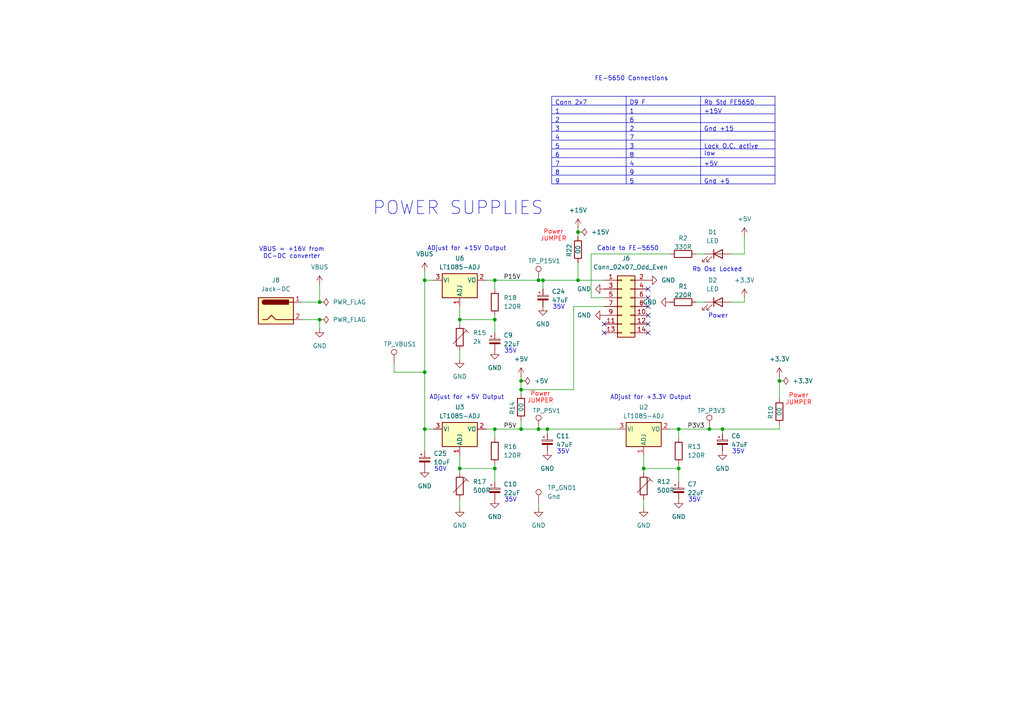
<source format=kicad_sch>
(kicad_sch (version 20250114) (generator "eeschema") (generator_version "9.0")
  (paper "A4")
  (title_block (title "Frequency Reference Distribution") (date "2025-10-31") (rev "1.0.0") (company "F4LHU"))
  (lib_symbols
    (symbol "Connector:Jack-DC" (pin_names (offset 1.016))
      (property "Reference" "J" (at 0 5.334 0))
      (property "Value" "Jack-DC" (at 0 -5.08 0))
      (symbol "Jack-DC_0_1"
        (rectangle (start -5.08 3.81) (end 5.08 -3.81) (stroke (width 0.254)) (fill (type background)))
        (polyline (pts (xy -3.81 -2.54) (xy -2.54 -2.54) (xy -1.27 -1.27) (xy 0 -2.54) (xy 2.54 -2.54) (xy 5.08 -2.54)) (stroke (width 0.254)))
        (arc (start -3.302 1.905) (mid -3.9343 2.54) (end -3.302 3.175) (stroke (width 0.254)))
        (arc (start -3.302 1.905) (mid -3.9343 2.54) (end -3.302 3.175) (stroke (width 0.254)) (fill (type outline)))
        (rectangle (start 3.683 3.175) (end -3.302 1.905) (stroke (width 0.254)) (fill (type outline)))
        (polyline (pts (xy 5.08 2.54) (xy 3.81 2.54)) (stroke (width 0.254)))
      )
      (symbol "Jack-DC_1_1"
        (pin passive line (at 7.62 2.54 180) (length 2.54) (name "~") (number "1"))
        (pin passive line (at 7.62 -2.54 180) (length 2.54) (name "~") (number "2"))
      )
    )
    (symbol "Connector:TestPoint" (pin_numbers (hide yes)) (pin_names (offset 0.762) (hide yes))
      (property "Reference" "TP" (at 0 6.858 0))
      (property "Value" "TestPoint" (at 0 5.08 0))
      (symbol "TestPoint_0_1"
        (circle (center 0 3.302) (radius 0.762))
      )
      (symbol "TestPoint_1_1"
        (pin passive line (at 0 0 90) (length 2.54) (name "1") (number "1"))
      )
    )
    (symbol "Connector_Generic:Conn_02x07_Odd_Even" (pin_names (offset 1.016) (hide yes))
      (property "Reference" "J" (at 1.27 10.16 0))
      (property "Value" "Conn_02x07_Odd_Even" (at 1.27 -10.16 0))
      (symbol "Conn_02x07_Odd_Even_1_1"
        (rectangle (start -1.27 8.89) (end 3.81 -8.89) (stroke (width 0.254)) (fill (type background)))
        (rectangle (start -1.27 7.747) (end 0 7.493) (stroke (width 0.1524)))
        (rectangle (start -1.27 5.207) (end 0 4.953) (stroke (width 0.1524)))
        (rectangle (start -1.27 2.667) (end 0 2.413) (stroke (width 0.1524)))
        (rectangle (start -1.27 0.127) (end 0 -0.127) (stroke (width 0.1524)))
        (rectangle (start -1.27 -2.413) (end 0 -2.667) (stroke (width 0.1524)))
        (rectangle (start -1.27 -4.953) (end 0 -5.207) (stroke (width 0.1524)))
        (rectangle (start -1.27 -7.493) (end 0 -7.747) (stroke (width 0.1524)))
        (rectangle (start 3.81 7.747) (end 2.54 7.493) (stroke (width 0.1524)))
        (rectangle (start 3.81 5.207) (end 2.54 4.953) (stroke (width 0.1524)))
        (rectangle (start 3.81 2.667) (end 2.54 2.413) (stroke (width 0.1524)))
        (rectangle (start 3.81 0.127) (end 2.54 -0.127) (stroke (width 0.1524)))
        (rectangle (start 3.81 -2.413) (end 2.54 -2.667) (stroke (width 0.1524)))
        (rectangle (start 3.81 -4.953) (end 2.54 -5.207) (stroke (width 0.1524)))
        (rectangle (start 3.81 -7.493) (end 2.54 -7.747) (stroke (width 0.1524)))
        (pin passive line (at -5.08 7.62 0) (length 3.81) (name "Pin_1") (number "1"))
        (pin passive line (at -5.08 5.08 0) (length 3.81) (name "Pin_3") (number "3"))
        (pin passive line (at -5.08 2.54 0) (length 3.81) (name "Pin_5") (number "5"))
        (pin passive line (at -5.08 0 0) (length 3.81) (name "Pin_7") (number "7"))
        (pin passive line (at -5.08 -2.54 0) (length 3.81) (name "Pin_9") (number "9"))
        (pin passive line (at -5.08 -5.08 0) (length 3.81) (name "Pin_11") (number "11"))
        (pin passive line (at -5.08 -7.62 0) (length 3.81) (name "Pin_13") (number "13"))
        (pin passive line (at 7.62 7.62 180) (length 3.81) (name "Pin_2") (number "2"))
        (pin passive line (at 7.62 5.08 180) (length 3.81) (name "Pin_4") (number "4"))
        (pin passive line (at 7.62 2.54 180) (length 3.81) (name "Pin_6") (number "6"))
        (pin passive line (at 7.62 0 180) (length 3.81) (name "Pin_8") (number "8"))
        (pin passive line (at 7.62 -2.54 180) (length 3.81) (name "Pin_10") (number "10"))
        (pin passive line (at 7.62 -5.08 180) (length 3.81) (name "Pin_12") (number "12"))
        (pin passive line (at 7.62 -7.62 180) (length 3.81) (name "Pin_14") (number "14"))
      )
    )
    (symbol "Device:C_Polarized_Small" (pin_numbers (hide yes)) (pin_names (offset 0.254) (hide yes))
      (property "Reference" "C" (at 0.254 1.778 0))
      (property "Value" "C_Polarized_Small" (at 0.254 -2.032 0))
      (symbol "C_Polarized_Small_0_1"
        (rectangle (start -1.524 0.6858) (end 1.524 0.3048))
        (rectangle (start -1.524 -0.3048) (end 1.524 -0.6858) (fill (type outline)))
        (polyline (pts (xy -1.27 1.524) (xy -0.762 1.524)))
        (polyline (pts (xy -1.016 1.27) (xy -1.016 1.778)))
      )
      (symbol "C_Polarized_Small_1_1"
        (pin passive line (at 0 2.54 270) (length 1.8542) (name "~") (number "1"))
        (pin passive line (at 0 -2.54 90) (length 1.8542) (name "~") (number "2"))
      )
    )
    (symbol "Device:LED" (pin_numbers (hide yes)) (pin_names (offset 1.016) (hide yes))
      (property "Reference" "D" (at 0 2.54 0))
      (property "Value" "LED" (at 0 -2.54 0))
      (symbol "LED_0_1"
        (polyline (pts (xy -3.048 -0.762) (xy -4.572 -2.286) (xy -3.81 -2.286) (xy -4.572 -2.286) (xy -4.572 -1.524)))
        (polyline (pts (xy -1.778 -0.762) (xy -3.302 -2.286) (xy -2.54 -2.286) (xy -3.302 -2.286) (xy -3.302 -1.524)))
        (polyline (pts (xy -1.27 0) (xy 1.27 0)))
        (polyline (pts (xy -1.27 -1.27) (xy -1.27 1.27)) (stroke (width 0.254)))
        (polyline (pts (xy 1.27 -1.27) (xy 1.27 1.27) (xy -1.27 0) (xy 1.27 -1.27)) (stroke (width 0.254)))
      )
      (symbol "LED_1_1"
        (pin passive line (at -3.81 0 0) (length 2.54) (name "K") (number "1"))
        (pin passive line (at 3.81 0 180) (length 2.54) (name "A") (number "2"))
      )
    )
    (symbol "Device:R" (pin_numbers (hide yes)) (pin_names (offset 0))
      (property "Reference" "R" (at 2.032 0 90))
      (property "Value" "R" (at 0 0 90))
      (symbol "R_0_1"
        (rectangle (start -1.016 -2.54) (end 1.016 2.54) (stroke (width 0.254)))
      )
      (symbol "R_1_1"
        (pin passive line (at 0 3.81 270) (length 1.27) (name "~") (number "1"))
        (pin passive line (at 0 -3.81 90) (length 1.27) (name "~") (number "2"))
      )
    )
    (symbol "Device:R_Trim" (pin_numbers (hide yes)) (pin_names (offset 0))
      (property "Reference" "R" (at 2.54 -2.54 90))
      (property "Value" "R_Trim" (at -2.54 -0.635 90))
      (symbol "R_Trim_0_1"
        (polyline (pts (xy -1.905 -1.905) (xy 1.905 1.905) (xy 2.54 1.27) (xy 1.27 2.54)))
        (rectangle (start -1.016 -2.54) (end 1.016 2.54) (stroke (width 0.254)))
      )
      (symbol "R_Trim_1_1"
        (pin passive line (at 0 3.81 270) (length 1.27) (name "~") (number "1"))
        (pin passive line (at 0 -3.81 90) (length 1.27) (name "~") (number "2"))
      )
    )
    (symbol "Regulator_Linear:LT1085-ADJ" (pin_names (offset 0.254))
      (property "Reference" "U" (at -3.81 3.175 0))
      (property "Value" "LT1085-ADJ" (at 0 3.175 0))
      (symbol "LT1085-ADJ_0_1"
        (rectangle (start -5.08 1.905) (end 5.08 -5.08) (stroke (width 0.254)) (fill (type background)))
      )
      (symbol "LT1085-ADJ_1_1"
        (pin power_in line (at -7.62 0 0) (length 2.54) (name "VI") (number "3"))
        (pin input line (at 0 -7.62 90) (length 2.54) (name "ADJ") (number "1"))
        (pin power_out line (at 7.62 0 180) (length 2.54) (name "VO") (number "2"))
      )
    )
    (symbol "power:+15V" (power) (pin_numbers (hide yes)) (pin_names (offset 0) (hide yes))
      (property "Value" "+15V" (at 0 3.556 0))
      (symbol "+15V_0_1"
        (polyline (pts (xy -0.762 1.27) (xy 0 2.54)))
        (polyline (pts (xy 0 2.54) (xy 0.762 1.27)))
        (polyline (pts (xy 0 0) (xy 0 2.54)))
      )
      (symbol "+15V_1_1"
        (pin power_in line (at 0 0 90) (length 0) (name "~") (number "1"))
      )
    )
    (symbol "power:+3.3V" (power) (pin_numbers (hide yes)) (pin_names (offset 0) (hide yes))
      (property "Value" "+3.3V" (at 0 3.556 0))
      (symbol "+3.3V_0_1"
        (polyline (pts (xy -0.762 1.27) (xy 0 2.54)))
        (polyline (pts (xy 0 2.54) (xy 0.762 1.27)))
        (polyline (pts (xy 0 0) (xy 0 2.54)))
      )
      (symbol "+3.3V_1_1"
        (pin power_in line (at 0 0 90) (length 0) (name "~") (number "1"))
      )
    )
    (symbol "power:+5V" (power) (pin_numbers (hide yes)) (pin_names (offset 0) (hide yes))
      (property "Value" "+5V" (at 0 3.556 0))
      (symbol "+5V_0_1"
        (polyline (pts (xy -0.762 1.27) (xy 0 2.54)))
        (polyline (pts (xy 0 2.54) (xy 0.762 1.27)))
        (polyline (pts (xy 0 0) (xy 0 2.54)))
      )
      (symbol "+5V_1_1"
        (pin power_in line (at 0 0 90) (length 0) (name "~") (number "1"))
      )
    )
    (symbol "power:GND" (power) (pin_numbers (hide yes)) (pin_names (offset 0) (hide yes))
      (property "Value" "GND" (at 0 -3.81 0))
      (symbol "GND_0_1"
        (polyline (pts (xy 0 0) (xy 0 -1.27) (xy 1.27 -1.27) (xy 0 -2.54) (xy -1.27 -1.27) (xy 0 -1.27)))
      )
      (symbol "GND_1_1"
        (pin power_in line (at 0 0 270) (length 0) (name "~") (number "1"))
      )
    )
    (symbol "power:PWR_FLAG" (power) (pin_numbers (hide yes)) (pin_names (offset 0) (hide yes))
      (property "Value" "PWR_FLAG" (at 0 3.81 0))
      (symbol "PWR_FLAG_0_0"
        (pin power_out line (at 0 0 90) (length 0) (name "~") (number "1"))
      )
      (symbol "PWR_FLAG_0_1"
        (polyline (pts (xy 0 0) (xy 0 1.27) (xy -1.016 1.905) (xy 0 2.54) (xy 1.016 1.905) (xy 0 1.27)))
      )
    )
    (symbol "power:VBUS" (power) (pin_numbers (hide yes)) (pin_names (offset 0) (hide yes))
      (property "Value" "VBUS" (at 0 3.556 0))
      (symbol "VBUS_0_1"
        (polyline (pts (xy -0.762 1.27) (xy 0 2.54)))
        (polyline (pts (xy 0 2.54) (xy 0.762 1.27)))
        (polyline (pts (xy 0 0) (xy 0 2.54)))
      )
      (symbol "VBUS_1_1"
        (pin power_in line (at 0 0 90) (length 0) (name "~") (number "1"))
      )
    )
  )
  (text "35V" (at 214.122 131.064 0) (effects (font (size 1.27 1.27))))
  (text "35V" (at 148.082 145.034 0) (effects (font (size 1.27 1.27))))
  (text "50V" (at 127.762 136.144 0) (effects (font (size 1.27 1.27))))
  (text "Power\nJUMPER" (at 231.648 115.824 0) (effects (font (size 1.27 1.27))))
  (text "Power" (at 208.28 91.694 0) (effects (font (size 1.27 1.27))))
  (text "ADjust for +3.3V Output" (at 188.722 115.316 0) (effects (font (size 1.27 1.27))))
  (text "POWER SUPPLIES" (at 132.842 60.452 0) (effects (font (size 3.81 3.81))))
  (text "Cable to FE-5650" (at 182.118 72.136 0) (effects (font (size 1.27 1.27))))
  (text "ADjust for +5V Output" (at 135.382 115.316 0) (effects (font (size 1.27 1.27))))
  (text "Power\nJUMPER" (at 160.528 68.326 0) (effects (font (size 1.27 1.27))))
  (text "35V" (at 162.052 89.154 0) (effects (font (size 1.27 1.27))))
  (text "35V" (at 163.322 131.064 0) (effects (font (size 1.27 1.27))))
  (text "Power\nJUMPER" (at 156.718 115.316 0) (effects (font (size 1.27 1.27))))
  (text "VBUS = +16V from\nDC-DC converter" (at 84.582 73.406 0) (effects (font (size 1.27 1.27))))
  (text "Rb Osc Locked" (at 208.026 78.232 0) (effects (font (size 1.27 1.27))))
  (text "35V" (at 148.082 101.854 0) (effects (font (size 1.27 1.27))))
  (text "ADjust for +15V Output" (at 135.382 72.136 0) (effects (font (size 1.27 1.27))))
  (text "35V" (at 201.422 145.034 0) (effects (font (size 1.27 1.27))))
  (text "FE-5650 Connections" (at 183.134 22.86 0) (effects (font (size 1.27 1.27))))
  (junction (at 92.71 87.63))
  (junction (at 133.35 92.71))
  (junction (at 167.64 67.31))
  (junction (at 143.51 135.89))
  (junction (at 151.13 113.03))
  (junction (at 92.71 92.71))
  (junction (at 226.06 110.49))
  (junction (at 156.21 81.28))
  (junction (at 158.75 124.46))
  (junction (at 123.19 107.95))
  (junction (at 143.51 124.46))
  (junction (at 123.19 124.46))
  (junction (at 133.35 135.89))
  (junction (at 143.51 92.71))
  (junction (at 196.85 135.89))
  (junction (at 123.19 81.28))
  (junction (at 143.51 81.28))
  (junction (at 151.13 124.46))
  (junction (at 205.74 124.46))
  (junction (at 167.64 81.28))
  (junction (at 196.85 124.46))
  (junction (at 151.13 110.49))
  (junction (at 186.69 135.89))
  (junction (at 156.21 124.46))
  (junction (at 209.55 124.46))
  (junction (at 157.48 81.28))
  (no_connect (at 187.96 88.9))
  (no_connect (at 187.96 83.82))
  (no_connect (at 187.96 91.44))
  (no_connect (at 175.26 96.52))
  (no_connect (at 187.96 96.52))
  (no_connect (at 187.96 93.98))
  (no_connect (at 175.26 93.98))
  (no_connect (at 187.96 86.36))
  (wire (pts (xy 171.45 73.66) (xy 194.31 73.66)))
  (wire (pts (xy 226.06 110.49) (xy 226.06 115.57)))
  (wire (pts (xy 151.13 124.46) (xy 156.21 124.46)))
  (wire (pts (xy 205.74 124.46) (xy 209.55 124.46)))
  (wire (pts (xy 158.75 124.46) (xy 179.07 124.46)))
  (wire (pts (xy 133.35 132.08) (xy 133.35 135.89)))
  (wire (pts (xy 196.85 134.62) (xy 196.85 135.89)))
  (wire (pts (xy 151.13 109.22) (xy 151.13 110.49)))
  (wire (pts (xy 166.37 88.9) (xy 175.26 88.9)))
  (wire (pts (xy 151.13 110.49) (xy 151.13 113.03)))
  (wire (pts (xy 133.35 92.71) (xy 143.51 92.71)))
  (wire (pts (xy 123.19 81.28) (xy 125.73 81.28)))
  (wire (pts (xy 209.55 124.46) (xy 209.55 125.73)))
  (wire (pts (xy 114.3 105.41) (xy 114.3 107.95)))
  (wire (pts (xy 123.19 81.28) (xy 123.19 107.95)))
  (wire (pts (xy 196.85 124.46) (xy 205.74 124.46)))
  (wire (pts (xy 171.45 86.36) (xy 175.26 86.36)))
  (wire (pts (xy 151.13 113.03) (xy 151.13 114.3)))
  (wire (pts (xy 133.35 135.89) (xy 133.35 137.16)))
  (wire (pts (xy 143.51 81.28) (xy 156.21 81.28)))
  (wire (pts (xy 140.97 81.28) (xy 143.51 81.28)))
  (wire (pts (xy 196.85 135.89) (xy 196.85 139.7)))
  (wire (pts (xy 167.64 76.2) (xy 167.64 81.28)))
  (wire (pts (xy 133.35 135.89) (xy 143.51 135.89)))
  (wire (pts (xy 157.48 83.82) (xy 157.48 81.28)))
  (wire (pts (xy 166.37 113.03) (xy 151.13 113.03)))
  (wire (pts (xy 92.71 92.71) (xy 87.63 92.71)))
  (wire (pts (xy 167.64 81.28) (xy 175.26 81.28)))
  (wire (pts (xy 140.97 124.46) (xy 143.51 124.46)))
  (wire (pts (xy 194.31 124.46) (xy 196.85 124.46)))
  (wire (pts (xy 92.71 95.25) (xy 92.71 92.71)))
  (wire (pts (xy 226.06 123.19) (xy 226.06 124.46)))
  (wire (pts (xy 143.51 92.71) (xy 143.51 96.52)))
  (wire (pts (xy 114.3 107.95) (xy 123.19 107.95)))
  (wire (pts (xy 186.69 135.89) (xy 186.69 137.16)))
  (wire (pts (xy 212.09 73.66) (xy 215.9 73.66)))
  (wire (pts (xy 171.45 73.66) (xy 171.45 86.36)))
  (wire (pts (xy 201.93 73.66) (xy 204.47 73.66)))
  (wire (pts (xy 143.51 135.89) (xy 143.51 139.7)))
  (wire (pts (xy 92.71 87.63) (xy 92.71 82.55)))
  (wire (pts (xy 215.9 86.36) (xy 215.9 87.63)))
  (wire (pts (xy 156.21 147.32) (xy 156.21 146.05)))
  (wire (pts (xy 215.9 87.63) (xy 212.09 87.63)))
  (wire (pts (xy 158.75 124.46) (xy 158.75 125.73)))
  (wire (pts (xy 123.19 107.95) (xy 123.19 124.46)))
  (wire (pts (xy 215.9 68.58) (xy 215.9 73.66)))
  (wire (pts (xy 196.85 124.46) (xy 196.85 127)))
  (wire (pts (xy 123.19 124.46) (xy 125.73 124.46)))
  (wire (pts (xy 166.37 88.9) (xy 166.37 113.03)))
  (wire (pts (xy 143.51 81.28) (xy 143.51 83.82)))
  (wire (pts (xy 123.19 124.46) (xy 123.19 130.81)))
  (wire (pts (xy 209.55 124.46) (xy 226.06 124.46)))
  (wire (pts (xy 133.35 88.9) (xy 133.35 92.71)))
  (wire (pts (xy 87.63 87.63) (xy 92.71 87.63)))
  (wire (pts (xy 156.21 124.46) (xy 158.75 124.46)))
  (wire (pts (xy 167.64 66.04) (xy 167.64 67.31)))
  (wire (pts (xy 151.13 121.92) (xy 151.13 124.46)))
  (wire (pts (xy 226.06 109.22) (xy 226.06 110.49)))
  (wire (pts (xy 133.35 104.14) (xy 133.35 101.6)))
  (wire (pts (xy 143.51 91.44) (xy 143.51 92.71)))
  (wire (pts (xy 186.69 147.32) (xy 186.69 144.78)))
  (wire (pts (xy 186.69 135.89) (xy 196.85 135.89)))
  (wire (pts (xy 186.69 132.08) (xy 186.69 135.89)))
  (wire (pts (xy 143.51 124.46) (xy 151.13 124.46)))
  (wire (pts (xy 123.19 78.74) (xy 123.19 81.28)))
  (wire (pts (xy 143.51 134.62) (xy 143.51 135.89)))
  (wire (pts (xy 157.48 81.28) (xy 167.64 81.28)))
  (wire (pts (xy 201.93 87.63) (xy 204.47 87.63)))
  (wire (pts (xy 167.64 67.31) (xy 167.64 68.58)))
  (wire (pts (xy 156.21 81.28) (xy 157.48 81.28)))
  (wire (pts (xy 143.51 124.46) (xy 143.51 127)))
  (wire (pts (xy 133.35 92.71) (xy 133.35 93.98)))
  (wire (pts (xy 133.35 147.32) (xy 133.35 144.78)))
  (table (column_count 3) (border (external yes) (header yes)) (separators (rows yes) (cols yes)) (column_widths 21.59 21.59 21.59) (row_heights 2.54 2.54 2.54 2.54 2.54 2.54 2.54 2.54 2.54 2.54) (cells (table_cell "Conn 2x7" (at 160.02 27.94 0) (size 21.59 2.54) (margins 0.9525 0.9525 0.9525 0.9525) (span 1 1)) (table_cell "D9 F" (at 181.61 27.94 0) (size 21.59 2.54) (margins 0.9525 0.9525 0.9525 0.9525) (span 1 1)) (table_cell "Rb Std FE5650" (at 203.2 27.94 0) (size 21.59 2.54) (margins 0.9525 0.9525 0.9525 0.9525) (span 1 1)) (table_cell "1" (at 160.02 30.48 0) (size 21.59 2.54) (margins 0.9525 0.9525 0.9525 0.9525) (span 1 1)) (table_cell "1" (at 181.61 30.48 0) (size 21.59 2.54) (margins 0.9525 0.9525 0.9525 0.9525) (span 1 1)) (table_cell "+15V" (at 203.2 30.48 0) (size 21.59 2.54) (margins 0.9525 0.9525 0.9525 0.9525) (span 1 1)) (table_cell "2" (at 160.02 33.02 0) (size 21.59 2.54) (margins 0.9525 0.9525 0.9525 0.9525) (span 1 1)) (table_cell "6" (at 181.61 33.02 0) (size 21.59 2.54) (margins 0.9525 0.9525 0.9525 0.9525) (span 1 1)) (table_cell "" (at 203.2 33.02 0) (size 21.59 2.54) (margins 0.9525 0.9525 0.9525 0.9525) (span 1 1)) (table_cell "3" (at 160.02 35.56 0) (size 21.59 2.54) (margins 0.9525 0.9525 0.9525 0.9525) (span 1 1)) (table_cell "2" (at 181.61 35.56 0) (size 21.59 2.54) (margins 0.9525 0.9525 0.9525 0.9525) (span 1 1)) (table_cell "Gnd +15" (at 203.2 35.56 0) (size 21.59 2.54) (margins 0.9525 0.9525 0.9525 0.9525) (span 1 1)) (table_cell "4" (at 160.02 38.1 0) (size 21.59 2.54) (margins 0.9525 0.9525 0.9525 0.9525) (span 1 1)) (table_cell "7" (at 181.61 38.1 0) (size 21.59 2.54) (margins 0.9525 0.9525 0.9525 0.9525) (span 1 1)) (table_cell "" (at 203.2 38.1 0) (size 21.59 2.54) (margins 0.9525 0.9525 0.9525 0.9525) (span 1 1)) (table_cell "5" (at 160.02 40.64 0) (size 21.59 2.54) (margins 0.9525 0.9525 0.9525 0.9525) (span 1 1)) (table_cell "3" (at 181.61 40.64 0) (size 21.59 2.54) (margins 0.9525 0.9525 0.9525 0.9525) (span 1 1)) (table_cell "Lock O.C. active low" (at 203.2 40.64 0) (size 21.59 2.54) (margins 0.9525 0.9525 0.9525 0.9525) (span 1 1)) (table_cell "6" (at 160.02 43.18 0) (size 21.59 2.54) (margins 0.9525 0.9525 0.9525 0.9525) (span 1 1)) (table_cell "8" (at 181.61 43.18 0) (size 21.59 2.54) (margins 0.9525 0.9525 0.9525 0.9525) (span 1 1)) (table_cell "" (at 203.2 43.18 0) (size 21.59 2.54) (margins 0.9525 0.9525 0.9525 0.9525) (span 1 1)) (table_cell "7" (at 160.02 45.72 0) (size 21.59 2.54) (margins 0.9525 0.9525 0.9525 0.9525) (span 1 1)) (table_cell "4" (at 181.61 45.72 0) (size 21.59 2.54) (margins 0.9525 0.9525 0.9525 0.9525) (span 1 1)) (table_cell "+5V" (at 203.2 45.72 0) (size 21.59 2.54) (margins 0.9525 0.9525 0.9525 0.9525) (span 1 1)) (table_cell "8" (at 160.02 48.26 0) (size 21.59 2.54) (margins 0.9525 0.9525 0.9525 0.9525) (span 1 1)) (table_cell "9" (at 181.61 48.26 0) (size 21.59 2.54) (margins 0.9525 0.9525 0.9525 0.9525) (span 1 1)) (table_cell "" (at 203.2 48.26 0) (size 21.59 2.54) (margins 0.9525 0.9525 0.9525 0.9525) (span 1 1)) (table_cell "9" (at 160.02 50.8 0) (size 21.59 2.54) (margins 0.9525 0.9525 0.9525 0.9525) (span 1 1)) (table_cell "5" (at 181.61 50.8 0) (size 21.59 2.54) (margins 0.9525 0.9525 0.9525 0.9525) (span 1 1)) (table_cell "Gnd +5" (at 203.2 50.8 0) (size 21.59 2.54) (margins 0.9525 0.9525 0.9525 0.9525) (span 1 1))))
  (label "P5V" (at 146.05 124.46 0))
  (label "P3V3" (at 199.39 124.46 0))
  (label "P15V" (at 146.05 81.28 0))
  (symbol (lib_id "power:GND") (at 143.51 101.6 0) (unit 1)
    (property "Reference" "#PWR049" (effects (hide yes)))
    (property "Value" "GND" (at 143.51 106.68 0))
    (property "Description" "Power symbol creates a global label with name \"GND\" , ground" (effects (hide yes)))
  )
  (symbol (lib_id "Regulator_Linear:LT1085-ADJ") (at 133.35 124.46 0) (unit 1)
    (property "Reference" "U3" (at 133.35 118.11 0))
    (property "Value" "LT1085-ADJ" (at 133.35 120.65 0))
    (property "Footprint" "Package_TO_SOT_THT:TO-220-3_Vertical" (effects (hide yes)))
    (property "Datasheet" "https://www.analog.com/media/en/technical-documentation/data-sheets/108345fh.pdf" (effects (hide yes)))
    (property "Description" "3.0A 25V LDO Linear Regulator, Adjustable Output, TO-220/TO-263" (effects (hide yes)))
  )
  (symbol (lib_id "Device:R") (at 143.51 130.81 0) (unit 1)
    (property "Reference" "R16" (at 146.05 129.5399 0) (effects (justify left)))
    (property "Value" "120R" (at 146.05 132.0799 0) (effects (justify left)))
    (property "Footprint" "Resistor_SMD:R_1206_3216Metric_Pad1.30x1.75mm_HandSolder" (effects (hide yes)))
    (property "Description" "Resistor" (effects (hide yes)))
  )
  (symbol (lib_id "Device:C_Polarized_Small") (at 157.48 86.36 0) (unit 1)
    (property "Reference" "C24" (at 160.02 84.5438 0) (effects (justify left)))
    (property "Value" "47uF" (at 160.02 87.0838 0) (effects (justify left)))
    (property "Footprint" "Capacitor_Tantalum_SMD:CP_EIA-7343-31_Kemet-D_HandSolder" (effects (hide yes)))
    (property "Description" "Polarized capacitor, small symbol" (effects (hide yes)))
  )
  (symbol (lib_id "Connector_Generic:Conn_02x07_Odd_Even") (at 180.34 88.9 0) (unit 1)
    (property "Reference" "J6" (at 181.61 74.93 0))
    (property "Value" "Conn_02x07_Odd_Even" (at 182.88 77.47 0))
    (property "Footprint" "Connector_PinHeader_2.54mm:PinHeader_2x07_P2.54mm_Vertical" (effects (hide yes)))
    (property "Description" "Generic connector, double row, 02x07, odd/even pin numbering scheme (row 1 odd numbers, row 2 even numbers), script generated (kicad-library-utils/schlib/autogen/connector/)" (effects (hide yes)))
  )
  (symbol (lib_id "Device:LED") (at 208.28 87.63 0) (unit 1)
    (property "Reference" "D2" (at 206.6925 81.28 0))
    (property "Value" "LED" (at 206.6925 83.82 0))
    (property "Footprint" "Library:LED_D3.0mm" (effects (hide yes)))
    (property "Description" "Light emitting diode" (effects (hide yes)))
    (property "Sim.Pins" "1=K 2=A" (effects (hide yes)))
  )
  (symbol (lib_id "Device:R") (at 143.51 87.63 0) (unit 1)
    (property "Reference" "R18" (at 146.05 86.3599 0) (effects (justify left)))
    (property "Value" "120R" (at 146.05 88.8999 0) (effects (justify left)))
    (property "Footprint" "Resistor_SMD:R_1206_3216Metric_Pad1.30x1.75mm_HandSolder" (effects (hide yes)))
    (property "Description" "Resistor" (effects (hide yes)))
  )
  (symbol (lib_id "power:VBUS") (at 123.19 78.74 0) (unit 1)
    (property "Reference" "#PWR042" (effects (hide yes)))
    (property "Value" "VBUS" (at 123.19 73.66 0))
    (property "Description" "Power symbol creates a global label with name \"VBUS\"" (effects (hide yes)))
  )
  (symbol (lib_id "power:+15V") (at 167.64 66.04 0) (unit 1)
    (property "Reference" "#PWR063" (effects (hide yes)))
    (property "Value" "+15V" (at 167.64 60.96 0))
    (property "Description" "Power symbol creates a global label with name \"+15V\"" (effects (hide yes)))
  )
  (symbol (lib_id "power:GND") (at 143.51 144.78 0) (unit 1)
    (property "Reference" "#PWR047" (effects (hide yes)))
    (property "Value" "GND" (at 143.51 149.86 0))
    (property "Description" "Power symbol creates a global label with name \"GND\" , ground" (effects (hide yes)))
  )
  (symbol (lib_id "power:+3.3V") (at 226.06 109.22 0) (unit 1)
    (property "Reference" "#PWR050" (effects (hide yes)))
    (property "Value" "+3.3V" (at 226.06 104.14 0))
    (property "Description" "Power symbol creates a global label with name \"+3.3V\"" (effects (hide yes)))
  )
  (symbol (lib_id "power:PWR_FLAG") (at 226.06 110.49 270) (unit 1)
    (property "Reference" "#FLG05" (effects (hide yes)))
    (property "Value" "+3.3V" (at 229.87 110.4899 90) (effects (justify left)))
    (property "Description" "Special symbol for telling ERC where power comes from" (effects (hide yes)))
  )
  (symbol (lib_id "power:GND") (at 194.31 87.63 270) (unit 1)
    (property "Reference" "#PWR073" (effects (hide yes)))
    (property "Value" "GND" (at 190.5 87.6299 90) (effects (justify right)))
    (property "Description" "Power symbol creates a global label with name \"GND\" , ground" (effects (hide yes)))
  )
  (symbol (lib_id "Device:R") (at 196.85 130.81 0) (unit 1)
    (property "Reference" "R13" (at 199.39 129.5399 0) (effects (justify left)))
    (property "Value" "120R" (at 199.39 132.0799 0) (effects (justify left)))
    (property "Footprint" "Resistor_SMD:R_1206_3216Metric_Pad1.30x1.75mm_HandSolder" (effects (hide yes)))
    (property "Description" "Resistor" (effects (hide yes)))
  )
  (symbol (lib_id "power:+3.3V") (at 215.9 86.36 0) (unit 1)
    (property "Reference" "#PWR074" (effects (hide yes)))
    (property "Value" "+3.3V" (at 215.9 81.28 0))
    (property "Description" "Power symbol creates a global label with name \"+3.3V\"" (effects (hide yes)))
  )
  (symbol (lib_id "power:GND") (at 196.85 144.78 0) (unit 1)
    (property "Reference" "#PWR048" (effects (hide yes)))
    (property "Value" "GND" (at 196.85 149.86 0))
    (property "Description" "Power symbol creates a global label with name \"GND\" , ground" (effects (hide yes)))
  )
  (symbol (lib_id "Device:C_Polarized_Small") (at 196.85 142.24 0) (unit 1)
    (property "Reference" "C7" (at 199.39 140.4238 0) (effects (justify left)))
    (property "Value" "22uF" (at 199.39 142.9638 0) (effects (justify left)))
    (property "Footprint" "Capacitor_Tantalum_SMD:CP_EIA-7343-31_Kemet-D_HandSolder" (effects (hide yes)))
    (property "Description" "Polarized capacitor, small symbol" (effects (hide yes)))
  )
  (symbol (lib_id "Device:LED") (at 208.28 73.66 0) (unit 1)
    (property "Reference" "D1" (at 206.6925 67.31 0))
    (property "Value" "LED" (at 206.6925 69.85 0))
    (property "Footprint" "Library:LED_D3.0mm" (effects (hide yes)))
    (property "Description" "Light emitting diode" (effects (hide yes)))
    (property "Sim.Pins" "1=K 2=A" (effects (hide yes)))
  )
  (symbol (lib_id "power:GND") (at 92.71 95.25 0) (unit 1)
    (property "Reference" "#PWR041" (effects (hide yes)))
    (property "Value" "GND" (at 92.71 100.33 0))
    (property "Description" "Power symbol creates a global label with name \"GND\" , ground" (effects (hide yes)))
  )
  (symbol (lib_id "power:GND") (at 133.35 104.14 0) (unit 1)
    (property "Reference" "#PWR022" (effects (hide yes)))
    (property "Value" "GND" (at 133.35 109.22 0))
    (property "Description" "Power symbol creates a global label with name \"GND\" , ground" (effects (hide yes)))
  )
  (symbol (lib_id "Device:C_Polarized_Small") (at 123.19 133.35 0) (unit 1)
    (property "Reference" "C25" (at 125.73 131.5338 0) (effects (justify left)))
    (property "Value" "10uF" (at 125.73 134.0738 0) (effects (justify left)))
    (property "Footprint" "Capacitor_Tantalum_SMD:CP_EIA-7343-31_Kemet-D_HandSolder" (effects (hide yes)))
    (property "Description" "Polarized capacitor, small symbol" (effects (hide yes)))
  )
  (symbol (lib_id "Regulator_Linear:LT1085-ADJ") (at 133.35 81.28 0) (unit 1)
    (property "Reference" "U6" (at 133.35 74.93 0))
    (property "Value" "LT1085-ADJ" (at 133.35 77.47 0))
    (property "Footprint" "Package_TO_SOT_THT:TO-220-3_Vertical" (effects (hide yes)))
    (property "Datasheet" "https://www.analog.com/media/en/technical-documentation/data-sheets/108345fh.pdf" (effects (hide yes)))
    (property "Description" "3.0A 25V LDO Linear Regulator, Adjustable Output, TO-220/TO-263" (effects (hide yes)))
  )
  (symbol (lib_id "power:GND") (at 156.21 147.32 0) (unit 1)
    (property "Reference" "#PWR032" (effects (hide yes)))
    (property "Value" "GND" (at 156.21 152.4 0))
    (property "Description" "Power symbol creates a global label with name \"GND\" , ground" (effects (hide yes)))
  )
  (symbol (lib_id "power:GND") (at 187.96 81.28 90) (unit 1)
    (property "Reference" "#PWR028" (effects (hide yes)))
    (property "Value" "GND" (at 191.77 81.2799 90) (effects (justify right)))
    (property "Description" "Power symbol creates a global label with name \"GND\" , ground" (effects (hide yes)))
  )
  (symbol (lib_id "Device:C_Polarized_Small") (at 143.51 99.06 0) (unit 1)
    (property "Reference" "C9" (at 146.05 97.2438 0) (effects (justify left)))
    (property "Value" "22uF" (at 146.05 99.7838 0) (effects (justify left)))
    (property "Footprint" "Capacitor_Tantalum_SMD:CP_EIA-7343-31_Kemet-D_HandSolder" (effects (hide yes)))
    (property "Description" "Polarized capacitor, small symbol" (effects (hide yes)))
  )
  (symbol (lib_id "Device:R_Trim") (at 186.69 140.97 0) (unit 1)
    (property "Reference" "R12" (at 190.5 139.6999 0) (effects (justify left)))
    (property "Value" "500R" (at 190.5 142.2399 0) (effects (justify left)))
    (property "Footprint" "Potentiometer_THT:Potentiometer_Bourns_3299W_Vertical" (effects (hide yes)))
    (property "Description" "Trimmable resistor (preset resistor)" (effects (hide yes)))
  )
  (symbol (lib_id "Connector:TestPoint") (at 156.21 146.05 0) (unit 1)
    (property "Reference" "TP_GND1" (at 158.75 141.4779 0) (effects (justify left)))
    (property "Value" "Gnd" (at 158.75 144.0179 0) (effects (justify left)))
    (property "Footprint" "Library:TestPoint_THTPad_1.5x1.5mm_Drill0.7mm" (effects (hide yes)))
    (property "Description" "test point" (effects (hide yes)))
  )
  (symbol (lib_id "Regulator_Linear:LT1085-ADJ") (at 186.69 124.46 0) (unit 1)
    (property "Reference" "U2" (at 186.69 118.11 0))
    (property "Value" "LT1085-ADJ" (at 186.69 120.65 0))
    (property "Footprint" "Package_TO_SOT_THT:TO-220-3_Vertical" (effects (hide yes)))
    (property "Datasheet" "https://www.analog.com/media/en/technical-documentation/data-sheets/108345fh.pdf" (effects (hide yes)))
    (property "Description" "3.0A 25V LDO Linear Regulator, Adjustable Output, TO-220/TO-263" (effects (hide yes)))
  )
  (symbol (lib_id "power:PWR_FLAG") (at 92.71 92.71 270) (unit 1)
    (property "Reference" "#FLG04" (effects (hide yes)))
    (property "Value" "PWR_FLAG" (at 96.52 92.7099 90) (effects (justify left)))
    (property "Description" "Special symbol for telling ERC where power comes from" (effects (hide yes)))
  )
  (symbol (lib_id "power:PWR_FLAG") (at 151.13 110.49 270) (unit 1)
    (property "Reference" "#FLG02" (effects (hide yes)))
    (property "Value" "+5V" (at 154.94 110.4899 90) (effects (justify left)))
    (property "Description" "Special symbol for telling ERC where power comes from" (effects (hide yes)))
  )
  (symbol (lib_id "power:GND") (at 175.26 91.44 270) (unit 1)
    (property "Reference" "#PWR030" (effects (hide yes)))
    (property "Value" "GND" (at 171.45 91.4399 90) (effects (justify right)))
    (property "Description" "Power symbol creates a global label with name \"GND\" , ground" (effects (hide yes)))
  )
  (symbol (lib_id "power:GND") (at 209.55 130.81 0) (unit 1)
    (property "Reference" "#PWR046" (effects (hide yes)))
    (property "Value" "GND" (at 209.55 135.89 0))
    (property "Description" "Power symbol creates a global label with name \"GND\" , ground" (effects (hide yes)))
  )
  (symbol (lib_id "Device:C_Polarized_Small") (at 143.51 142.24 0) (unit 1)
    (property "Reference" "C10" (at 146.05 140.4238 0) (effects (justify left)))
    (property "Value" "22uF" (at 146.05 142.9638 0) (effects (justify left)))
    (property "Footprint" "Capacitor_Tantalum_SMD:CP_EIA-7343-31_Kemet-D_HandSolder" (effects (hide yes)))
    (property "Description" "Polarized capacitor, small symbol" (effects (hide yes)))
  )
  (symbol (lib_id "Connector:TestPoint") (at 156.21 124.46 0) (unit 1)
    (property "Reference" "TP_P5V1" (at 154.432 119.126 0) (effects (justify left)))
    (property "Value" "+5V" (effects (hide yes)))
    (property "Footprint" "Library:TestPoint_THTPad_1.5x1.5mm_Drill0.7mm" (effects (hide yes)))
    (property "Description" "test point" (effects (hide yes)))
  )
  (symbol (lib_id "Device:R_Trim") (at 133.35 97.79 0) (unit 1)
    (property "Reference" "R15" (at 137.16 96.5199 0) (effects (justify left)))
    (property "Value" "2k" (at 137.16 99.0599 0) (effects (justify left)))
    (property "Footprint" "Potentiometer_THT:Potentiometer_Bourns_3299W_Vertical" (effects (hide yes)))
    (property "Description" "Trimmable resistor (preset resistor)" (effects (hide yes)))
  )
  (symbol (lib_id "power:GND") (at 175.26 83.82 270) (unit 1)
    (property "Reference" "#PWR029" (effects (hide yes)))
    (property "Value" "GND" (at 171.45 83.8199 90) (effects (justify right)))
    (property "Description" "Power symbol creates a global label with name \"GND\" , ground" (effects (hide yes)))
  )
  (symbol (lib_id "Device:R") (at 198.12 87.63 90) (unit 1)
    (property "Reference" "R1" (at 198.12 83.058 90))
    (property "Value" "220R" (at 198.12 85.598 90))
    (property "Footprint" "Resistor_SMD:R_1206_3216Metric_Pad1.30x1.75mm_HandSolder" (effects (hide yes)))
    (property "Description" "Resistor" (effects (hide yes)))
  )
  (symbol (lib_id "power:PWR_FLAG") (at 167.64 67.31 270) (unit 1)
    (property "Reference" "#FLG01" (effects (hide yes)))
    (property "Value" "+15V" (at 171.45 67.3099 90) (effects (justify left)))
    (property "Description" "Special symbol for telling ERC where power comes from" (effects (hide yes)))
  )
  (symbol (lib_id "Device:R") (at 151.13 118.11 180) (unit 1)
    (property "Reference" "R14" (at 148.59 118.364 90))
    (property "Value" "00" (at 151.13 118.11 90))
    (property "Footprint" "Resistor_SMD:R_1206_3216Metric_Pad1.30x1.75mm_HandSolder" (effects (hide yes)))
    (property "Description" "Resistor" (effects (hide yes)))
  )
  (symbol (lib_id "power:GND") (at 158.75 130.81 0) (unit 1)
    (property "Reference" "#PWR045" (effects (hide yes)))
    (property "Value" "GND" (at 158.75 135.89 0))
    (property "Description" "Power symbol creates a global label with name \"GND\" , ground" (effects (hide yes)))
  )
  (symbol (lib_id "Device:C_Polarized_Small") (at 209.55 128.27 0) (unit 1)
    (property "Reference" "C6" (at 212.09 126.4538 0) (effects (justify left)))
    (property "Value" "47uF" (at 212.09 128.9938 0) (effects (justify left)))
    (property "Footprint" "Capacitor_Tantalum_SMD:CP_EIA-7343-31_Kemet-D_HandSolder" (effects (hide yes)))
    (property "Description" "Polarized capacitor, small symbol" (effects (hide yes)))
  )
  (symbol (lib_id "Connector:Jack-DC") (at 80.01 90.17 0) (unit 1)
    (property "Reference" "J8" (at 80.01 81.28 0))
    (property "Value" "Jack-DC" (at 80.01 83.82 0))
    (property "Footprint" "Library:BarrelJack_Horizontal" (effects (hide yes)))
    (property "Description" "DC Barrel Jack" (effects (hide yes)))
  )
  (symbol (lib_id "Device:R") (at 167.64 72.39 180) (unit 1)
    (property "Reference" "R22" (at 165.1 72.644 90))
    (property "Value" "00" (at 167.64 72.39 90))
    (property "Footprint" "Resistor_SMD:R_1206_3216Metric_Pad1.30x1.75mm_HandSolder" (effects (hide yes)))
    (property "Description" "Resistor" (effects (hide yes)))
  )
  (symbol (lib_id "Device:C_Polarized_Small") (at 158.75 128.27 0) (unit 1)
    (property "Reference" "C11" (at 161.29 126.4538 0) (effects (justify left)))
    (property "Value" "47uF" (at 161.29 128.9938 0) (effects (justify left)))
    (property "Footprint" "Capacitor_Tantalum_SMD:CP_EIA-7343-31_Kemet-D_HandSolder" (effects (hide yes)))
    (property "Description" "Polarized capacitor, small symbol" (effects (hide yes)))
  )
  (symbol (lib_id "Connector:TestPoint") (at 156.21 81.28 0) (unit 1)
    (property "Reference" "TP_P15V1" (at 153.162 75.692 0) (effects (justify left)))
    (property "Value" "+15V" (effects (hide yes)))
    (property "Footprint" "Library:TestPoint_THTPad_1.5x1.5mm_Drill0.7mm" (effects (hide yes)))
    (property "Description" "test point" (effects (hide yes)))
  )
  (symbol (lib_id "power:VBUS") (at 92.71 82.55 0) (unit 1)
    (property "Reference" "#PWR044" (effects (hide yes)))
    (property "Value" "VBUS" (at 92.71 77.47 0))
    (property "Description" "Power symbol creates a global label with name \"VBUS\"" (effects (hide yes)))
  )
  (symbol (lib_id "power:GND") (at 123.19 135.89 0) (unit 1)
    (property "Reference" "#PWR043" (effects (hide yes)))
    (property "Value" "GND" (at 123.19 140.97 0))
    (property "Description" "Power symbol creates a global label with name \"GND\" , ground" (effects (hide yes)))
  )
  (symbol (lib_id "Device:R_Trim") (at 133.35 140.97 0) (unit 1)
    (property "Reference" "R17" (at 137.16 139.6999 0) (effects (justify left)))
    (property "Value" "500R" (at 137.16 142.2399 0) (effects (justify left)))
    (property "Footprint" "Potentiometer_THT:Potentiometer_Bourns_3299W_Vertical" (effects (hide yes)))
    (property "Description" "Trimmable resistor (preset resistor)" (effects (hide yes)))
  )
  (symbol (lib_id "Device:R") (at 198.12 73.66 90) (unit 1)
    (property "Reference" "R2" (at 198.12 69.088 90))
    (property "Value" "330R" (at 198.12 71.628 90))
    (property "Footprint" "Resistor_SMD:R_1206_3216Metric_Pad1.30x1.75mm_HandSolder" (effects (hide yes)))
    (property "Description" "Resistor" (effects (hide yes)))
  )
  (symbol (lib_id "power:PWR_FLAG") (at 92.71 87.63 270) (unit 1)
    (property "Reference" "#FLG03" (effects (hide yes)))
    (property "Value" "PWR_FLAG" (at 96.52 87.6299 90) (effects (justify left)))
    (property "Description" "Special symbol for telling ERC where power comes from" (effects (hide yes)))
  )
  (symbol (lib_id "power:+5V") (at 151.13 109.22 0) (unit 1)
    (property "Reference" "#PWR055" (effects (hide yes)))
    (property "Value" "+5V" (at 151.13 104.14 0))
    (property "Description" "Power symbol creates a global label with name \"+5V\"" (effects (hide yes)))
  )
  (symbol (lib_id "Connector:TestPoint") (at 205.74 124.46 0) (unit 1)
    (property "Reference" "TP_P3V3" (at 202.184 119.126 0) (effects (justify left)))
    (property "Value" "+3.3V" (effects (hide yes)))
    (property "Footprint" "Library:TestPoint_THTPad_1.5x1.5mm_Drill0.7mm" (effects (hide yes)))
    (property "Description" "test point" (effects (hide yes)))
  )
  (symbol (lib_id "power:GND") (at 157.48 88.9 0) (unit 1)
    (property "Reference" "#PWR040" (effects (hide yes)))
    (property "Value" "GND" (at 157.48 93.98 0))
    (property "Description" "Power symbol creates a global label with name \"GND\" , ground" (effects (hide yes)))
  )
  (symbol (lib_id "power:GND") (at 186.69 147.32 0) (unit 1)
    (property "Reference" "#PWR033" (effects (hide yes)))
    (property "Value" "GND" (at 186.69 152.4 0))
    (property "Description" "Power symbol creates a global label with name \"GND\" , ground" (effects (hide yes)))
  )
  (symbol (lib_id "power:GND") (at 133.35 147.32 0) (unit 1)
    (property "Reference" "#PWR031" (effects (hide yes)))
    (property "Value" "GND" (at 133.35 152.4 0))
    (property "Description" "Power symbol creates a global label with name \"GND\" , ground" (effects (hide yes)))
  )
  (symbol (lib_id "Device:R") (at 226.06 119.38 180) (unit 1)
    (property "Reference" "R10" (at 223.52 119.634 90))
    (property "Value" "00" (at 226.06 119.38 90))
    (property "Footprint" "Resistor_SMD:R_1206_3216Metric_Pad1.30x1.75mm_HandSolder" (effects (hide yes)))
    (property "Description" "Resistor" (effects (hide yes)))
  )
  (symbol (lib_id "Connector:TestPoint") (at 114.3 105.41 0) (unit 1)
    (property "Reference" "TP_VBUS1" (at 111.252 99.822 0) (effects (justify left)))
    (property "Value" "+16V" (effects (hide yes)))
    (property "Footprint" "Library:TestPoint_THTPad_1.5x1.5mm_Drill0.7mm" (effects (hide yes)))
    (property "Description" "test point" (effects (hide yes)))
  )
  (symbol (lib_id "power:+5V") (at 215.9 68.58 0) (unit 1)
    (property "Reference" "#PWR072" (effects (hide yes)))
    (property "Value" "+5V" (at 215.9 63.5 0))
    (property "Description" "Power symbol creates a global label with name \"+5V\"" (effects (hide yes)))
  )
)
</source>
